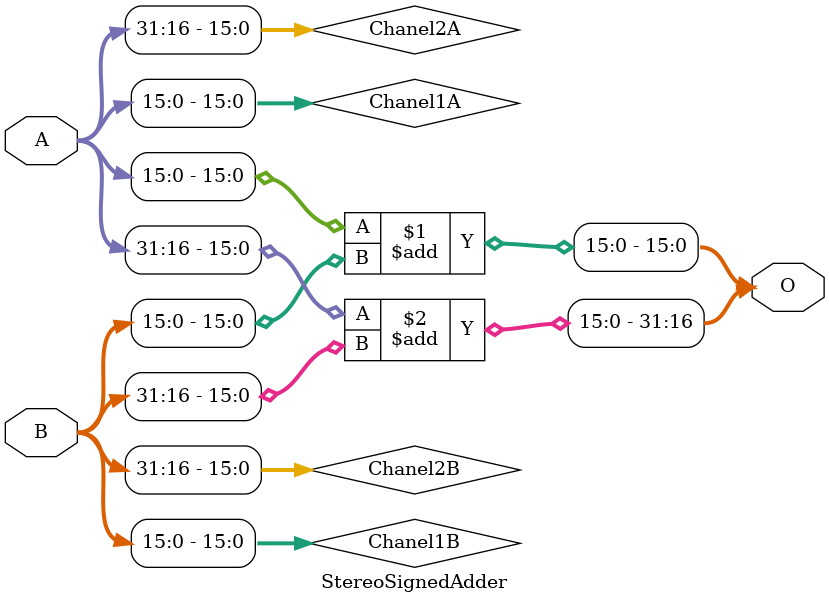
<source format=v>
module StereoSignedAdder(
    input  wire [31:0] A,
    input  wire [31:0] B,
    output wire signed [31:0] O
    );
    wire signed [15:0] Chanel1A=A [15:0];
    wire signed [15:0] Chanel1B=B [15:0];
    wire signed [15:0] Chanel2A=A [31:16];
    wire signed [15:0] Chanel2B=B [31:16];
    
    assign O = {Chanel2A+Chanel2B,Chanel1A+Chanel1B};
endmodule
</source>
